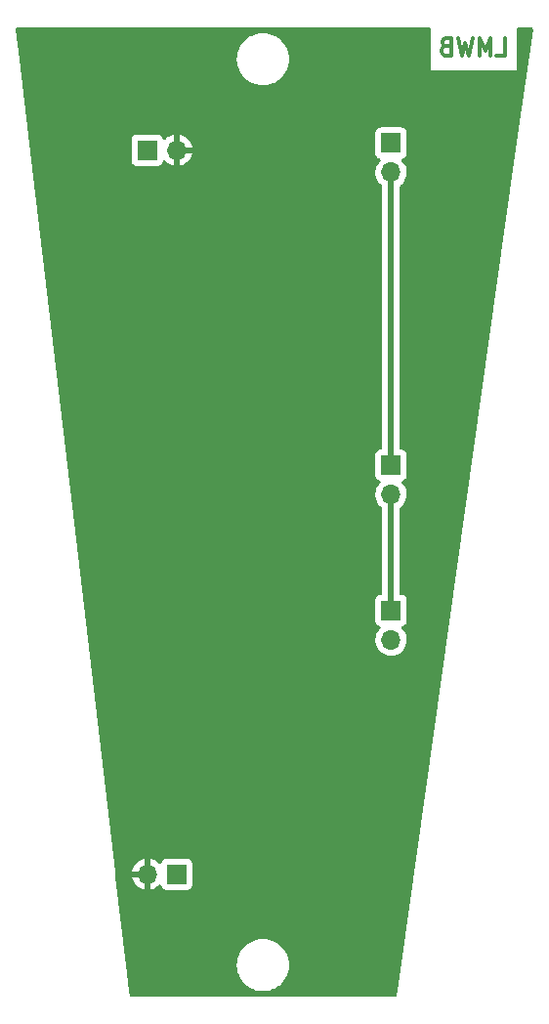
<source format=gbl>
G04 #@! TF.GenerationSoftware,KiCad,Pcbnew,6.0.11-2627ca5db0~126~ubuntu22.04.1*
G04 #@! TF.CreationDate,2023-10-21T17:03:14+02:00*
G04 #@! TF.ProjectId,CC_LED_Driver,43435f4c-4544-45f4-9472-697665722e6b,rev?*
G04 #@! TF.SameCoordinates,Original*
G04 #@! TF.FileFunction,Copper,L2,Bot*
G04 #@! TF.FilePolarity,Positive*
%FSLAX46Y46*%
G04 Gerber Fmt 4.6, Leading zero omitted, Abs format (unit mm)*
G04 Created by KiCad (PCBNEW 6.0.11-2627ca5db0~126~ubuntu22.04.1) date 2023-10-21 17:03:14*
%MOMM*%
%LPD*%
G01*
G04 APERTURE LIST*
%ADD10C,0.300000*%
G04 #@! TA.AperFunction,NonConductor*
%ADD11C,0.300000*%
G04 #@! TD*
G04 #@! TA.AperFunction,ComponentPad*
%ADD12R,1.700000X1.700000*%
G04 #@! TD*
G04 #@! TA.AperFunction,ComponentPad*
%ADD13O,1.700000X1.700000*%
G04 #@! TD*
G04 #@! TA.AperFunction,ViaPad*
%ADD14C,0.800000*%
G04 #@! TD*
G04 #@! TA.AperFunction,Conductor*
%ADD15C,0.500000*%
G04 #@! TD*
G04 APERTURE END LIST*
D10*
D11*
X144750000Y-63928571D02*
X145464285Y-63928571D01*
X145464285Y-62428571D01*
X144250000Y-63928571D02*
X144250000Y-62428571D01*
X143750000Y-63500000D01*
X143250000Y-62428571D01*
X143250000Y-63928571D01*
X142678571Y-62428571D02*
X142321428Y-63928571D01*
X142035714Y-62857142D01*
X141750000Y-63928571D01*
X141392857Y-62428571D01*
X140321428Y-63142857D02*
X140107142Y-63214285D01*
X140035714Y-63285714D01*
X139964285Y-63428571D01*
X139964285Y-63642857D01*
X140035714Y-63785714D01*
X140107142Y-63857142D01*
X140250000Y-63928571D01*
X140821428Y-63928571D01*
X140821428Y-62428571D01*
X140321428Y-62428571D01*
X140178571Y-62500000D01*
X140107142Y-62571428D01*
X140035714Y-62714285D01*
X140035714Y-62857142D01*
X140107142Y-63000000D01*
X140178571Y-63071428D01*
X140321428Y-63142857D01*
X140821428Y-63142857D01*
D12*
X135600000Y-112025000D03*
D13*
X135600000Y-114565000D03*
D12*
X114475000Y-72125000D03*
D13*
X117015000Y-72125000D03*
D12*
X117025000Y-134875000D03*
D13*
X114485000Y-134875000D03*
D12*
X135600000Y-71525000D03*
D13*
X135600000Y-74065000D03*
D12*
X135600000Y-99425000D03*
D13*
X135600000Y-101965000D03*
D14*
X131750000Y-142750000D03*
X124500000Y-136750000D03*
X129000000Y-142750000D03*
X134500000Y-142750000D03*
D15*
X135600000Y-99425000D02*
X135600000Y-74065000D01*
X135600000Y-101965000D02*
X135600000Y-112025000D01*
G04 #@! TA.AperFunction,Conductor*
G36*
X138962193Y-61528502D02*
G01*
X139008686Y-61582158D01*
X139020072Y-61634500D01*
X139020072Y-65191000D01*
X146479929Y-65191000D01*
X146479929Y-61634500D01*
X146499931Y-61566379D01*
X146553587Y-61519886D01*
X146605929Y-61508500D01*
X147769632Y-61508500D01*
X147837753Y-61528502D01*
X147884246Y-61582158D01*
X147894395Y-61652114D01*
X146601785Y-70808102D01*
X136125751Y-145013346D01*
X136073548Y-145383114D01*
X136044220Y-145447769D01*
X135984591Y-145486305D01*
X135948785Y-145491500D01*
X113064229Y-145491500D01*
X112996108Y-145471498D01*
X112949615Y-145417842D01*
X112939092Y-145380222D01*
X112895931Y-145013346D01*
X112629655Y-142750000D01*
X122236654Y-142750000D01*
X122256017Y-143045426D01*
X122313776Y-143335797D01*
X122408941Y-143616145D01*
X122539885Y-143881673D01*
X122704367Y-144127838D01*
X122707081Y-144130932D01*
X122707085Y-144130938D01*
X122896864Y-144347338D01*
X122899573Y-144350427D01*
X122902662Y-144353136D01*
X123119062Y-144542915D01*
X123119068Y-144542919D01*
X123122162Y-144545633D01*
X123125588Y-144547922D01*
X123125593Y-144547926D01*
X123309405Y-144670744D01*
X123368327Y-144710115D01*
X123372026Y-144711939D01*
X123372031Y-144711942D01*
X123508313Y-144779148D01*
X123633855Y-144841059D01*
X123637760Y-144842384D01*
X123637761Y-144842385D01*
X123910290Y-144934896D01*
X123910294Y-144934897D01*
X123914203Y-144936224D01*
X123918247Y-144937028D01*
X123918253Y-144937030D01*
X124200535Y-144993180D01*
X124200541Y-144993181D01*
X124204574Y-144993983D01*
X124208679Y-144994252D01*
X124208686Y-144994253D01*
X124495881Y-145013076D01*
X124500000Y-145013346D01*
X124504119Y-145013076D01*
X124791314Y-144994253D01*
X124791321Y-144994252D01*
X124795426Y-144993983D01*
X124799459Y-144993181D01*
X124799465Y-144993180D01*
X125081747Y-144937030D01*
X125081753Y-144937028D01*
X125085797Y-144936224D01*
X125089706Y-144934897D01*
X125089710Y-144934896D01*
X125362239Y-144842385D01*
X125362240Y-144842384D01*
X125366145Y-144841059D01*
X125491687Y-144779148D01*
X125627969Y-144711942D01*
X125627974Y-144711939D01*
X125631673Y-144710115D01*
X125690595Y-144670744D01*
X125874407Y-144547926D01*
X125874412Y-144547922D01*
X125877838Y-144545633D01*
X125880932Y-144542919D01*
X125880938Y-144542915D01*
X126097338Y-144353136D01*
X126100427Y-144350427D01*
X126103136Y-144347338D01*
X126292915Y-144130938D01*
X126292919Y-144130932D01*
X126295633Y-144127838D01*
X126460115Y-143881673D01*
X126591059Y-143616145D01*
X126686224Y-143335797D01*
X126743983Y-143045426D01*
X126763346Y-142750000D01*
X126743983Y-142454574D01*
X126686224Y-142164203D01*
X126591059Y-141883855D01*
X126460115Y-141618327D01*
X126295633Y-141372162D01*
X126292919Y-141369068D01*
X126292915Y-141369062D01*
X126103136Y-141152662D01*
X126100427Y-141149573D01*
X126097338Y-141146864D01*
X125880938Y-140957085D01*
X125880932Y-140957081D01*
X125877838Y-140954367D01*
X125874412Y-140952078D01*
X125874407Y-140952074D01*
X125635106Y-140792179D01*
X125631673Y-140789885D01*
X125627974Y-140788061D01*
X125627969Y-140788058D01*
X125491687Y-140720852D01*
X125366145Y-140658941D01*
X125362239Y-140657615D01*
X125089710Y-140565104D01*
X125089706Y-140565103D01*
X125085797Y-140563776D01*
X125081753Y-140562972D01*
X125081747Y-140562970D01*
X124799465Y-140506820D01*
X124799459Y-140506819D01*
X124795426Y-140506017D01*
X124791321Y-140505748D01*
X124791314Y-140505747D01*
X124504119Y-140486924D01*
X124500000Y-140486654D01*
X124495881Y-140486924D01*
X124208686Y-140505747D01*
X124208679Y-140505748D01*
X124204574Y-140506017D01*
X124200541Y-140506819D01*
X124200535Y-140506820D01*
X123918253Y-140562970D01*
X123918247Y-140562972D01*
X123914203Y-140563776D01*
X123910294Y-140565103D01*
X123910290Y-140565104D01*
X123637761Y-140657615D01*
X123633855Y-140658941D01*
X123508313Y-140720852D01*
X123372031Y-140788058D01*
X123372026Y-140788061D01*
X123368327Y-140789885D01*
X123364894Y-140792179D01*
X123125593Y-140952074D01*
X123125588Y-140952078D01*
X123122162Y-140954367D01*
X123119068Y-140957081D01*
X123119062Y-140957085D01*
X122902662Y-141146864D01*
X122899573Y-141149573D01*
X122896864Y-141152662D01*
X122707085Y-141369062D01*
X122707081Y-141369068D01*
X122704367Y-141372162D01*
X122539885Y-141618327D01*
X122408941Y-141883855D01*
X122313776Y-142164203D01*
X122256017Y-142454574D01*
X122236654Y-142750000D01*
X112629655Y-142750000D01*
X111734710Y-135142966D01*
X113153257Y-135142966D01*
X113183565Y-135277446D01*
X113186645Y-135287275D01*
X113266770Y-135484603D01*
X113271413Y-135493794D01*
X113382694Y-135675388D01*
X113388777Y-135683699D01*
X113528213Y-135844667D01*
X113535580Y-135851883D01*
X113699434Y-135987916D01*
X113707881Y-135993831D01*
X113891756Y-136101279D01*
X113901042Y-136105729D01*
X114100001Y-136181703D01*
X114109899Y-136184579D01*
X114213250Y-136205606D01*
X114227299Y-136204410D01*
X114231000Y-136194065D01*
X114231000Y-136193517D01*
X114739000Y-136193517D01*
X114743064Y-136207359D01*
X114756478Y-136209393D01*
X114763184Y-136208534D01*
X114773262Y-136206392D01*
X114977255Y-136145191D01*
X114986842Y-136141433D01*
X115178095Y-136047739D01*
X115186945Y-136042464D01*
X115360328Y-135918792D01*
X115368193Y-135912145D01*
X115472897Y-135807805D01*
X115535268Y-135773889D01*
X115606075Y-135779077D01*
X115662837Y-135821723D01*
X115679819Y-135852826D01*
X115724385Y-135971705D01*
X115811739Y-136088261D01*
X115928295Y-136175615D01*
X116064684Y-136226745D01*
X116126866Y-136233500D01*
X117923134Y-136233500D01*
X117985316Y-136226745D01*
X118121705Y-136175615D01*
X118238261Y-136088261D01*
X118325615Y-135971705D01*
X118376745Y-135835316D01*
X118383500Y-135773134D01*
X118383500Y-133976866D01*
X118376745Y-133914684D01*
X118325615Y-133778295D01*
X118238261Y-133661739D01*
X118121705Y-133574385D01*
X117985316Y-133523255D01*
X117923134Y-133516500D01*
X116126866Y-133516500D01*
X116064684Y-133523255D01*
X115928295Y-133574385D01*
X115811739Y-133661739D01*
X115724385Y-133778295D01*
X115721233Y-133786703D01*
X115721232Y-133786705D01*
X115679722Y-133897433D01*
X115637081Y-133954198D01*
X115570519Y-133978898D01*
X115501170Y-133963691D01*
X115468546Y-133938004D01*
X115417799Y-133882234D01*
X115410273Y-133875215D01*
X115243139Y-133743222D01*
X115234552Y-133737517D01*
X115048117Y-133634599D01*
X115038705Y-133630369D01*
X114837959Y-133559280D01*
X114827988Y-133556646D01*
X114756837Y-133543972D01*
X114743540Y-133545432D01*
X114739000Y-133559989D01*
X114739000Y-136193517D01*
X114231000Y-136193517D01*
X114231000Y-135147115D01*
X114226525Y-135131876D01*
X114225135Y-135130671D01*
X114217452Y-135129000D01*
X113168225Y-135129000D01*
X113154694Y-135132973D01*
X113153257Y-135142966D01*
X111734710Y-135142966D01*
X111671912Y-134609183D01*
X113149389Y-134609183D01*
X113150912Y-134617607D01*
X113163292Y-134621000D01*
X114212885Y-134621000D01*
X114228124Y-134616525D01*
X114229329Y-134615135D01*
X114231000Y-134607452D01*
X114231000Y-133558102D01*
X114227082Y-133544758D01*
X114212806Y-133542771D01*
X114174324Y-133548660D01*
X114164288Y-133551051D01*
X113961868Y-133617212D01*
X113952359Y-133621209D01*
X113763463Y-133719542D01*
X113754738Y-133725036D01*
X113584433Y-133852905D01*
X113576726Y-133859748D01*
X113429590Y-134013717D01*
X113423104Y-134021727D01*
X113303098Y-134197649D01*
X113298000Y-134206623D01*
X113208338Y-134399783D01*
X113204775Y-134409470D01*
X113149389Y-134609183D01*
X111671912Y-134609183D01*
X109309854Y-114531695D01*
X134237251Y-114531695D01*
X134237548Y-114536848D01*
X134237548Y-114536851D01*
X134243011Y-114631590D01*
X134250110Y-114754715D01*
X134251247Y-114759761D01*
X134251248Y-114759767D01*
X134271119Y-114847939D01*
X134299222Y-114972639D01*
X134383266Y-115179616D01*
X134499987Y-115370088D01*
X134646250Y-115538938D01*
X134818126Y-115681632D01*
X135011000Y-115794338D01*
X135219692Y-115874030D01*
X135224760Y-115875061D01*
X135224763Y-115875062D01*
X135332017Y-115896883D01*
X135438597Y-115918567D01*
X135443772Y-115918757D01*
X135443774Y-115918757D01*
X135656673Y-115926564D01*
X135656677Y-115926564D01*
X135661837Y-115926753D01*
X135666957Y-115926097D01*
X135666959Y-115926097D01*
X135878288Y-115899025D01*
X135878289Y-115899025D01*
X135883416Y-115898368D01*
X135888366Y-115896883D01*
X136092429Y-115835661D01*
X136092434Y-115835659D01*
X136097384Y-115834174D01*
X136297994Y-115735896D01*
X136479860Y-115606173D01*
X136638096Y-115448489D01*
X136697594Y-115365689D01*
X136765435Y-115271277D01*
X136768453Y-115267077D01*
X136867430Y-115066811D01*
X136932370Y-114853069D01*
X136961529Y-114631590D01*
X136963156Y-114565000D01*
X136944852Y-114342361D01*
X136890431Y-114125702D01*
X136801354Y-113920840D01*
X136680014Y-113733277D01*
X136676532Y-113729450D01*
X136532798Y-113571488D01*
X136501746Y-113507642D01*
X136510141Y-113437143D01*
X136555317Y-113382375D01*
X136581761Y-113368706D01*
X136688297Y-113328767D01*
X136696705Y-113325615D01*
X136813261Y-113238261D01*
X136900615Y-113121705D01*
X136951745Y-112985316D01*
X136958500Y-112923134D01*
X136958500Y-111126866D01*
X136951745Y-111064684D01*
X136900615Y-110928295D01*
X136813261Y-110811739D01*
X136696705Y-110724385D01*
X136560316Y-110673255D01*
X136498134Y-110666500D01*
X136484500Y-110666500D01*
X136416379Y-110646498D01*
X136369886Y-110592842D01*
X136358500Y-110540500D01*
X136358500Y-103157632D01*
X136378502Y-103089511D01*
X136411331Y-103055054D01*
X136479860Y-103006173D01*
X136638096Y-102848489D01*
X136697594Y-102765689D01*
X136765435Y-102671277D01*
X136768453Y-102667077D01*
X136867430Y-102466811D01*
X136932370Y-102253069D01*
X136961529Y-102031590D01*
X136963156Y-101965000D01*
X136944852Y-101742361D01*
X136890431Y-101525702D01*
X136801354Y-101320840D01*
X136680014Y-101133277D01*
X136676532Y-101129450D01*
X136532798Y-100971488D01*
X136501746Y-100907642D01*
X136510141Y-100837143D01*
X136555317Y-100782375D01*
X136581761Y-100768706D01*
X136688297Y-100728767D01*
X136696705Y-100725615D01*
X136813261Y-100638261D01*
X136900615Y-100521705D01*
X136951745Y-100385316D01*
X136958500Y-100323134D01*
X136958500Y-98526866D01*
X136951745Y-98464684D01*
X136900615Y-98328295D01*
X136813261Y-98211739D01*
X136696705Y-98124385D01*
X136560316Y-98073255D01*
X136498134Y-98066500D01*
X136484500Y-98066500D01*
X136416379Y-98046498D01*
X136369886Y-97992842D01*
X136358500Y-97940500D01*
X136358500Y-75257632D01*
X136378502Y-75189511D01*
X136411331Y-75155054D01*
X136479860Y-75106173D01*
X136638096Y-74948489D01*
X136697594Y-74865689D01*
X136765435Y-74771277D01*
X136768453Y-74767077D01*
X136867430Y-74566811D01*
X136932370Y-74353069D01*
X136961529Y-74131590D01*
X136963156Y-74065000D01*
X136944852Y-73842361D01*
X136890431Y-73625702D01*
X136801354Y-73420840D01*
X136743286Y-73331081D01*
X136682822Y-73237617D01*
X136682820Y-73237614D01*
X136680014Y-73233277D01*
X136676023Y-73228891D01*
X136532798Y-73071488D01*
X136501746Y-73007642D01*
X136510141Y-72937143D01*
X136555317Y-72882375D01*
X136581761Y-72868706D01*
X136688297Y-72828767D01*
X136696705Y-72825615D01*
X136813261Y-72738261D01*
X136900615Y-72621705D01*
X136951745Y-72485316D01*
X136958500Y-72423134D01*
X136958500Y-70626866D01*
X136951745Y-70564684D01*
X136900615Y-70428295D01*
X136813261Y-70311739D01*
X136696705Y-70224385D01*
X136560316Y-70173255D01*
X136498134Y-70166500D01*
X134701866Y-70166500D01*
X134639684Y-70173255D01*
X134503295Y-70224385D01*
X134386739Y-70311739D01*
X134299385Y-70428295D01*
X134248255Y-70564684D01*
X134241500Y-70626866D01*
X134241500Y-72423134D01*
X134248255Y-72485316D01*
X134299385Y-72621705D01*
X134386739Y-72738261D01*
X134503295Y-72825615D01*
X134511704Y-72828767D01*
X134511705Y-72828768D01*
X134620451Y-72869535D01*
X134677216Y-72912176D01*
X134701916Y-72978738D01*
X134686709Y-73048087D01*
X134667316Y-73074568D01*
X134540629Y-73207138D01*
X134537715Y-73211410D01*
X134537714Y-73211411D01*
X134530692Y-73221705D01*
X134414743Y-73391680D01*
X134320688Y-73594305D01*
X134260989Y-73809570D01*
X134237251Y-74031695D01*
X134237548Y-74036848D01*
X134237548Y-74036851D01*
X134243011Y-74131590D01*
X134250110Y-74254715D01*
X134251247Y-74259761D01*
X134251248Y-74259767D01*
X134271119Y-74347939D01*
X134299222Y-74472639D01*
X134383266Y-74679616D01*
X134499987Y-74870088D01*
X134646250Y-75038938D01*
X134795985Y-75163250D01*
X134835620Y-75222152D01*
X134841500Y-75260194D01*
X134841500Y-97940500D01*
X134821498Y-98008621D01*
X134767842Y-98055114D01*
X134715500Y-98066500D01*
X134701866Y-98066500D01*
X134639684Y-98073255D01*
X134503295Y-98124385D01*
X134386739Y-98211739D01*
X134299385Y-98328295D01*
X134248255Y-98464684D01*
X134241500Y-98526866D01*
X134241500Y-100323134D01*
X134248255Y-100385316D01*
X134299385Y-100521705D01*
X134386739Y-100638261D01*
X134503295Y-100725615D01*
X134511704Y-100728767D01*
X134511705Y-100728768D01*
X134620451Y-100769535D01*
X134677216Y-100812176D01*
X134701916Y-100878738D01*
X134686709Y-100948087D01*
X134667316Y-100974568D01*
X134540629Y-101107138D01*
X134414743Y-101291680D01*
X134320688Y-101494305D01*
X134260989Y-101709570D01*
X134237251Y-101931695D01*
X134237548Y-101936848D01*
X134237548Y-101936851D01*
X134243011Y-102031590D01*
X134250110Y-102154715D01*
X134251247Y-102159761D01*
X134251248Y-102159767D01*
X134271119Y-102247939D01*
X134299222Y-102372639D01*
X134383266Y-102579616D01*
X134499987Y-102770088D01*
X134646250Y-102938938D01*
X134795985Y-103063250D01*
X134835620Y-103122152D01*
X134841500Y-103160194D01*
X134841500Y-110540500D01*
X134821498Y-110608621D01*
X134767842Y-110655114D01*
X134715500Y-110666500D01*
X134701866Y-110666500D01*
X134639684Y-110673255D01*
X134503295Y-110724385D01*
X134386739Y-110811739D01*
X134299385Y-110928295D01*
X134248255Y-111064684D01*
X134241500Y-111126866D01*
X134241500Y-112923134D01*
X134248255Y-112985316D01*
X134299385Y-113121705D01*
X134386739Y-113238261D01*
X134503295Y-113325615D01*
X134511704Y-113328767D01*
X134511705Y-113328768D01*
X134620451Y-113369535D01*
X134677216Y-113412176D01*
X134701916Y-113478738D01*
X134686709Y-113548087D01*
X134667316Y-113574568D01*
X134540629Y-113707138D01*
X134414743Y-113891680D01*
X134320688Y-114094305D01*
X134260989Y-114309570D01*
X134237251Y-114531695D01*
X109309854Y-114531695D01*
X107953910Y-103006173D01*
X104426494Y-73023134D01*
X113116500Y-73023134D01*
X113123255Y-73085316D01*
X113174385Y-73221705D01*
X113261739Y-73338261D01*
X113378295Y-73425615D01*
X113514684Y-73476745D01*
X113576866Y-73483500D01*
X115373134Y-73483500D01*
X115435316Y-73476745D01*
X115571705Y-73425615D01*
X115688261Y-73338261D01*
X115775615Y-73221705D01*
X115819798Y-73103848D01*
X115862440Y-73047084D01*
X115929001Y-73022384D01*
X115998350Y-73037592D01*
X116033017Y-73065580D01*
X116058218Y-73094673D01*
X116065580Y-73101883D01*
X116229434Y-73237916D01*
X116237881Y-73243831D01*
X116421756Y-73351279D01*
X116431042Y-73355729D01*
X116630001Y-73431703D01*
X116639899Y-73434579D01*
X116743250Y-73455606D01*
X116757299Y-73454410D01*
X116761000Y-73444065D01*
X116761000Y-73443517D01*
X117269000Y-73443517D01*
X117273064Y-73457359D01*
X117286478Y-73459393D01*
X117293184Y-73458534D01*
X117303262Y-73456392D01*
X117507255Y-73395191D01*
X117516842Y-73391433D01*
X117708095Y-73297739D01*
X117716945Y-73292464D01*
X117890328Y-73168792D01*
X117898200Y-73162139D01*
X118049052Y-73011812D01*
X118055730Y-73003965D01*
X118180003Y-72831020D01*
X118185313Y-72822183D01*
X118279670Y-72631267D01*
X118283469Y-72621672D01*
X118345377Y-72417910D01*
X118347555Y-72407837D01*
X118348986Y-72396962D01*
X118346775Y-72382778D01*
X118333617Y-72379000D01*
X117287115Y-72379000D01*
X117271876Y-72383475D01*
X117270671Y-72384865D01*
X117269000Y-72392548D01*
X117269000Y-73443517D01*
X116761000Y-73443517D01*
X116761000Y-71852885D01*
X117269000Y-71852885D01*
X117273475Y-71868124D01*
X117274865Y-71869329D01*
X117282548Y-71871000D01*
X118333344Y-71871000D01*
X118346875Y-71867027D01*
X118348180Y-71857947D01*
X118306214Y-71690875D01*
X118302894Y-71681124D01*
X118217972Y-71485814D01*
X118213105Y-71476739D01*
X118097426Y-71297926D01*
X118091136Y-71289757D01*
X117947806Y-71132240D01*
X117940273Y-71125215D01*
X117773139Y-70993222D01*
X117764552Y-70987517D01*
X117578117Y-70884599D01*
X117568705Y-70880369D01*
X117367959Y-70809280D01*
X117357988Y-70806646D01*
X117286837Y-70793972D01*
X117273540Y-70795432D01*
X117269000Y-70809989D01*
X117269000Y-71852885D01*
X116761000Y-71852885D01*
X116761000Y-70808102D01*
X116757082Y-70794758D01*
X116742806Y-70792771D01*
X116704324Y-70798660D01*
X116694288Y-70801051D01*
X116491868Y-70867212D01*
X116482359Y-70871209D01*
X116293463Y-70969542D01*
X116284738Y-70975036D01*
X116114433Y-71102905D01*
X116106726Y-71109748D01*
X116029478Y-71190584D01*
X115967954Y-71226014D01*
X115897042Y-71222557D01*
X115839255Y-71181311D01*
X115820402Y-71147763D01*
X115778767Y-71036703D01*
X115775615Y-71028295D01*
X115688261Y-70911739D01*
X115571705Y-70824385D01*
X115435316Y-70773255D01*
X115373134Y-70766500D01*
X113576866Y-70766500D01*
X113514684Y-70773255D01*
X113378295Y-70824385D01*
X113261739Y-70911739D01*
X113174385Y-71028295D01*
X113123255Y-71164684D01*
X113116500Y-71226866D01*
X113116500Y-73023134D01*
X104426494Y-73023134D01*
X103394361Y-64250000D01*
X122236654Y-64250000D01*
X122256017Y-64545426D01*
X122313776Y-64835797D01*
X122408941Y-65116145D01*
X122539885Y-65381673D01*
X122704367Y-65627838D01*
X122707081Y-65630932D01*
X122707085Y-65630938D01*
X122896864Y-65847338D01*
X122899573Y-65850427D01*
X122902662Y-65853136D01*
X123119062Y-66042915D01*
X123119068Y-66042919D01*
X123122162Y-66045633D01*
X123125588Y-66047922D01*
X123125593Y-66047926D01*
X123309405Y-66170744D01*
X123368327Y-66210115D01*
X123372026Y-66211939D01*
X123372031Y-66211942D01*
X123508313Y-66279148D01*
X123633855Y-66341059D01*
X123637760Y-66342384D01*
X123637761Y-66342385D01*
X123910290Y-66434896D01*
X123910294Y-66434897D01*
X123914203Y-66436224D01*
X123918247Y-66437028D01*
X123918253Y-66437030D01*
X124200535Y-66493180D01*
X124200541Y-66493181D01*
X124204574Y-66493983D01*
X124208679Y-66494252D01*
X124208686Y-66494253D01*
X124495881Y-66513076D01*
X124500000Y-66513346D01*
X124504119Y-66513076D01*
X124791314Y-66494253D01*
X124791321Y-66494252D01*
X124795426Y-66493983D01*
X124799459Y-66493181D01*
X124799465Y-66493180D01*
X125081747Y-66437030D01*
X125081753Y-66437028D01*
X125085797Y-66436224D01*
X125089706Y-66434897D01*
X125089710Y-66434896D01*
X125362239Y-66342385D01*
X125362240Y-66342384D01*
X125366145Y-66341059D01*
X125491687Y-66279148D01*
X125627969Y-66211942D01*
X125627974Y-66211939D01*
X125631673Y-66210115D01*
X125690595Y-66170744D01*
X125874407Y-66047926D01*
X125874412Y-66047922D01*
X125877838Y-66045633D01*
X125880932Y-66042919D01*
X125880938Y-66042915D01*
X126097338Y-65853136D01*
X126100427Y-65850427D01*
X126103136Y-65847338D01*
X126292915Y-65630938D01*
X126292919Y-65630932D01*
X126295633Y-65627838D01*
X126460115Y-65381673D01*
X126591059Y-65116145D01*
X126686224Y-64835797D01*
X126743983Y-64545426D01*
X126763346Y-64250000D01*
X126743983Y-63954574D01*
X126686224Y-63664203D01*
X126591059Y-63383855D01*
X126460115Y-63118327D01*
X126295633Y-62872162D01*
X126292919Y-62869068D01*
X126292915Y-62869062D01*
X126103136Y-62652662D01*
X126100427Y-62649573D01*
X126097338Y-62646864D01*
X125880938Y-62457085D01*
X125880932Y-62457081D01*
X125877838Y-62454367D01*
X125874412Y-62452078D01*
X125874407Y-62452074D01*
X125635106Y-62292179D01*
X125631673Y-62289885D01*
X125627974Y-62288061D01*
X125627969Y-62288058D01*
X125491687Y-62220852D01*
X125366145Y-62158941D01*
X125362239Y-62157615D01*
X125089710Y-62065104D01*
X125089706Y-62065103D01*
X125085797Y-62063776D01*
X125081753Y-62062972D01*
X125081747Y-62062970D01*
X124799465Y-62006820D01*
X124799459Y-62006819D01*
X124795426Y-62006017D01*
X124791321Y-62005748D01*
X124791314Y-62005747D01*
X124504119Y-61986924D01*
X124500000Y-61986654D01*
X124495881Y-61986924D01*
X124208686Y-62005747D01*
X124208679Y-62005748D01*
X124204574Y-62006017D01*
X124200541Y-62006819D01*
X124200535Y-62006820D01*
X123918253Y-62062970D01*
X123918247Y-62062972D01*
X123914203Y-62063776D01*
X123910294Y-62065103D01*
X123910290Y-62065104D01*
X123637761Y-62157615D01*
X123633855Y-62158941D01*
X123508313Y-62220852D01*
X123372031Y-62288058D01*
X123372026Y-62288061D01*
X123368327Y-62289885D01*
X123364894Y-62292179D01*
X123125593Y-62452074D01*
X123125588Y-62452078D01*
X123122162Y-62454367D01*
X123119068Y-62457081D01*
X123119062Y-62457085D01*
X122902662Y-62646864D01*
X122899573Y-62649573D01*
X122896864Y-62652662D01*
X122707085Y-62869062D01*
X122707081Y-62869068D01*
X122704367Y-62872162D01*
X122539885Y-63118327D01*
X122408941Y-63383855D01*
X122313776Y-63664203D01*
X122256017Y-63954574D01*
X122236654Y-64250000D01*
X103394361Y-64250000D01*
X103088387Y-61649222D01*
X103100293Y-61579231D01*
X103148149Y-61526787D01*
X103213524Y-61508500D01*
X138894072Y-61508500D01*
X138962193Y-61528502D01*
G37*
G04 #@! TD.AperFunction*
M02*

</source>
